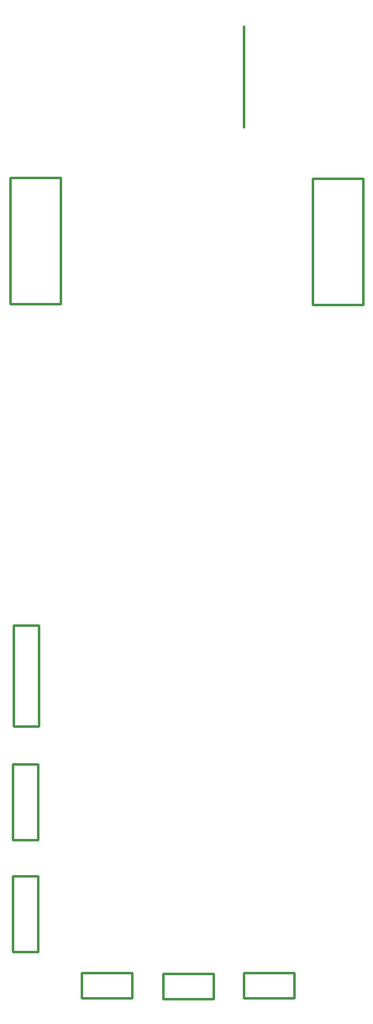
<source format=gbr>
%TF.GenerationSoftware,Altium Limited,Altium Designer,19.1.8 (144)*%
G04 Layer_Color=32768*
%FSLAX26Y26*%
%MOIN*%
%TF.FileFunction,Other,Mechanical_3*%
%TF.Part,Single*%
G01*
G75*
%TA.AperFunction,NonConductor*%
%ADD33C,0.010000*%
D33*
X1252749Y74016D02*
Y174016D01*
X1052749D02*
X1252749D01*
X1052749Y74016D02*
Y174016D01*
Y74016D02*
X1252749D01*
X931490Y72047D02*
Y172047D01*
X731490D02*
X931490D01*
X731490Y72047D02*
Y172047D01*
Y72047D02*
X931490D01*
X609639Y74016D02*
Y174016D01*
X409639D02*
X609639D01*
X409639Y74016D02*
Y174016D01*
Y74016D02*
X609639D01*
X135039Y556890D02*
X235039D01*
X135039Y256883D02*
Y556890D01*
Y256883D02*
X235039D01*
Y556890D01*
X135039Y999803D02*
X235039D01*
X135039Y699797D02*
Y999803D01*
Y699797D02*
X235039D01*
Y999803D01*
X239961Y1150190D02*
Y1550197D01*
X139961D02*
X239961D01*
X139961Y1150190D02*
X239961D01*
X139961D02*
Y1550197D01*
X1053465Y3525000D02*
Y3925000D01*
X1526378Y3020866D02*
Y3320872D01*
X1426378D02*
X1526378D01*
X1326378D02*
X1426378D01*
X1326378Y3020866D02*
Y3320872D01*
Y2820866D02*
X1426378D01*
X1326378D02*
Y3120872D01*
X1426378Y2820866D02*
X1526378D01*
Y3120872D01*
X325591Y3022441D02*
Y3322447D01*
X225591D02*
X325591D01*
X125591D02*
X225591D01*
X125591Y3022441D02*
Y3322447D01*
Y2822441D02*
X225591D01*
X125591D02*
Y3122447D01*
X225591Y2822441D02*
X325591D01*
Y3122447D01*
%TF.MD5,778df3f61b51c3bf5dc641729187c80a*%
M02*

</source>
